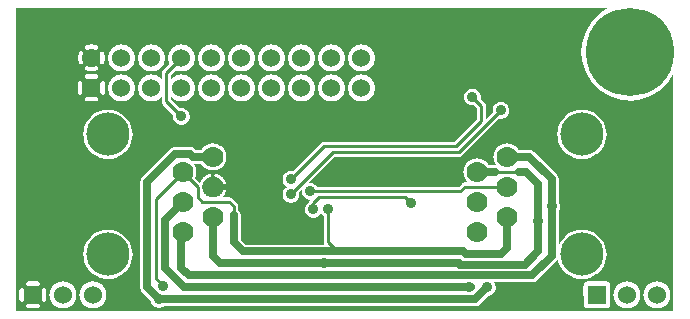
<source format=gbr>
G04 start of page 3 for group 1 idx 1 *
G04 Title: (unknown), solder *
G04 Creator: pcb 20140316 *
G04 CreationDate: Sat 04 Mar 2017 04:47:10 AM GMT UTC *
G04 For: petersen *
G04 Format: Gerber/RS-274X *
G04 PCB-Dimensions (mil): 2220.00 1040.00 *
G04 PCB-Coordinate-Origin: lower left *
%MOIN*%
%FSLAX25Y25*%
%LNBOTTOM*%
%ADD40C,0.0300*%
%ADD39C,0.1280*%
%ADD38C,0.0380*%
%ADD37C,0.1285*%
%ADD36C,0.0360*%
%ADD35C,0.0700*%
%ADD34C,0.0600*%
%ADD33C,0.1440*%
%ADD32C,0.2937*%
%ADD31C,0.0200*%
%ADD30C,0.0250*%
%ADD29C,0.0100*%
%ADD28C,0.0001*%
G54D28*G36*
X214993Y74530D02*X215542Y74866D01*
X217479Y76521D01*
X219134Y78458D01*
X220465Y80630D01*
X220500Y80716D01*
Y1500D01*
X214993D01*
Y2487D01*
X215000Y2486D01*
X215706Y2542D01*
X216395Y2707D01*
X217049Y2978D01*
X217653Y3348D01*
X218192Y3808D01*
X218652Y4347D01*
X219022Y4951D01*
X219293Y5605D01*
X219458Y6294D01*
X219500Y7000D01*
X219458Y7706D01*
X219293Y8395D01*
X219022Y9049D01*
X218652Y9653D01*
X218192Y10192D01*
X217653Y10652D01*
X217049Y11022D01*
X216395Y11293D01*
X215706Y11458D01*
X215000Y11514D01*
X214993Y11513D01*
Y74530D01*
G37*
G36*
X204993Y71845D02*X206000Y71766D01*
X208540Y71966D01*
X211017Y72561D01*
X213370Y73535D01*
X214993Y74530D01*
Y11513D01*
X214294Y11458D01*
X213605Y11293D01*
X212951Y11022D01*
X212347Y10652D01*
X211808Y10192D01*
X211348Y9653D01*
X210978Y9049D01*
X210707Y8395D01*
X210542Y7706D01*
X210486Y7000D01*
X210542Y6294D01*
X210707Y5605D01*
X210978Y4951D01*
X211348Y4347D01*
X211808Y3808D01*
X212347Y3348D01*
X212951Y2978D01*
X213605Y2707D01*
X214294Y2542D01*
X214993Y2487D01*
Y1500D01*
X204993D01*
Y2487D01*
X205000Y2486D01*
X205706Y2542D01*
X206395Y2707D01*
X207049Y2978D01*
X207653Y3348D01*
X208192Y3808D01*
X208652Y4347D01*
X209022Y4951D01*
X209293Y5605D01*
X209458Y6294D01*
X209500Y7000D01*
X209458Y7706D01*
X209293Y8395D01*
X209022Y9049D01*
X208652Y9653D01*
X208192Y10192D01*
X207653Y10652D01*
X207049Y11022D01*
X206395Y11293D01*
X205706Y11458D01*
X205000Y11514D01*
X204993Y11513D01*
Y71845D01*
G37*
G36*
X195000Y76112D02*X196458Y74866D01*
X198630Y73535D01*
X200983Y72561D01*
X203460Y71966D01*
X204993Y71845D01*
Y11513D01*
X204294Y11458D01*
X203605Y11293D01*
X202951Y11022D01*
X202347Y10652D01*
X201808Y10192D01*
X201348Y9653D01*
X200978Y9049D01*
X200707Y8395D01*
X200542Y7706D01*
X200486Y7000D01*
X200542Y6294D01*
X200707Y5605D01*
X200978Y4951D01*
X201348Y4347D01*
X201808Y3808D01*
X202347Y3348D01*
X202951Y2978D01*
X203605Y2707D01*
X204294Y2542D01*
X204993Y2487D01*
Y1500D01*
X195000D01*
Y2507D01*
X198235Y2514D01*
X198465Y2569D01*
X198683Y2659D01*
X198884Y2783D01*
X199064Y2936D01*
X199217Y3116D01*
X199341Y3317D01*
X199431Y3535D01*
X199486Y3765D01*
X199500Y4000D01*
X199486Y10235D01*
X199431Y10465D01*
X199341Y10683D01*
X199217Y10884D01*
X199064Y11064D01*
X198884Y11217D01*
X198683Y11341D01*
X198465Y11431D01*
X198235Y11486D01*
X198000Y11500D01*
X195000Y11493D01*
Y13987D01*
X195816Y14684D01*
X196654Y15665D01*
X197329Y16766D01*
X197823Y17958D01*
X198124Y19213D01*
X198200Y20500D01*
X198124Y21787D01*
X197823Y23042D01*
X197329Y24234D01*
X196654Y25335D01*
X195816Y26316D01*
X195000Y27013D01*
Y53987D01*
X195816Y54684D01*
X196654Y55665D01*
X197329Y56766D01*
X197823Y57958D01*
X198124Y59213D01*
X198200Y60500D01*
X198124Y61787D01*
X197823Y63042D01*
X197329Y64234D01*
X196654Y65335D01*
X195816Y66316D01*
X195000Y67013D01*
Y76112D01*
G37*
G36*
Y102500D02*X198716D01*
X198630Y102465D01*
X196458Y101134D01*
X195000Y99888D01*
Y102500D01*
G37*
G36*
Y1500D02*X51493D01*
Y3250D01*
X154412D01*
X154500Y3243D01*
X154853Y3271D01*
X154853Y3271D01*
X155197Y3354D01*
X155525Y3489D01*
X155827Y3674D01*
X156096Y3904D01*
X156153Y3971D01*
X158905Y6723D01*
X158939Y6726D01*
X159368Y6829D01*
X159775Y6997D01*
X160151Y7228D01*
X160486Y7514D01*
X160772Y7849D01*
X161003Y8225D01*
X161171Y8632D01*
X161274Y9061D01*
X161300Y9500D01*
X161274Y9939D01*
X161171Y10368D01*
X161003Y10775D01*
X160772Y11151D01*
X160688Y11250D01*
X173412D01*
X173500Y11243D01*
X173853Y11271D01*
X173853Y11271D01*
X174197Y11354D01*
X174525Y11489D01*
X174827Y11674D01*
X175096Y11904D01*
X175153Y11971D01*
X181529Y18347D01*
X181596Y18404D01*
X181826Y18673D01*
X181826Y18673D01*
X181955Y18884D01*
X182177Y17958D01*
X182671Y16766D01*
X183346Y15665D01*
X184184Y14684D01*
X185165Y13846D01*
X186266Y13171D01*
X187458Y12677D01*
X188713Y12376D01*
X190000Y12275D01*
X191287Y12376D01*
X192542Y12677D01*
X193734Y13171D01*
X194835Y13846D01*
X195000Y13987D01*
Y11493D01*
X191765Y11486D01*
X191535Y11431D01*
X191317Y11341D01*
X191116Y11217D01*
X190936Y11064D01*
X190783Y10884D01*
X190659Y10683D01*
X190569Y10465D01*
X190514Y10235D01*
X190500Y10000D01*
X190514Y3765D01*
X190569Y3535D01*
X190659Y3317D01*
X190783Y3116D01*
X190936Y2936D01*
X191116Y2783D01*
X191317Y2659D01*
X191535Y2569D01*
X191765Y2514D01*
X192000Y2500D01*
X195000Y2507D01*
Y1500D01*
G37*
G36*
X96493Y41872D02*X96778Y42157D01*
X96726Y41939D01*
X96691Y41500D01*
X96726Y41061D01*
X96829Y40632D01*
X96997Y40225D01*
X97228Y39849D01*
X97514Y39514D01*
X97849Y39228D01*
X98225Y38997D01*
X98632Y38829D01*
X99061Y38726D01*
X99500Y38691D01*
X99576Y38697D01*
X99481Y38602D01*
X99436Y38564D01*
X99283Y38384D01*
X99159Y38183D01*
X99069Y37965D01*
X99053Y37897D01*
X98849Y37772D01*
X98514Y37486D01*
X98228Y37151D01*
X97997Y36775D01*
X97829Y36368D01*
X97726Y35939D01*
X97691Y35500D01*
X97726Y35061D01*
X97829Y34632D01*
X97997Y34225D01*
X98228Y33849D01*
X98514Y33514D01*
X98849Y33228D01*
X99225Y32997D01*
X99632Y32829D01*
X100061Y32726D01*
X100500Y32691D01*
X100939Y32726D01*
X101368Y32829D01*
X101775Y32997D01*
X102151Y33228D01*
X102486Y33514D01*
X102772Y33849D01*
X103000Y34221D01*
X103228Y33849D01*
X103514Y33514D01*
X103849Y33228D01*
X104000Y33135D01*
Y24559D01*
X103995Y24500D01*
X104014Y24265D01*
X104069Y24035D01*
X104159Y23817D01*
X104200Y23750D01*
X96493D01*
Y41872D01*
G37*
G36*
X116493Y102500D02*X195000D01*
Y99888D01*
X194521Y99479D01*
X192866Y97542D01*
X191535Y95370D01*
X190561Y93017D01*
X189966Y90540D01*
X189766Y88000D01*
X189966Y85460D01*
X190561Y82983D01*
X191535Y80630D01*
X192866Y78458D01*
X194521Y76521D01*
X195000Y76112D01*
Y67013D01*
X194835Y67154D01*
X193734Y67829D01*
X192542Y68323D01*
X191287Y68624D01*
X190000Y68725D01*
X188713Y68624D01*
X187458Y68323D01*
X186266Y67829D01*
X185165Y67154D01*
X184184Y66316D01*
X183346Y65335D01*
X182671Y64234D01*
X182177Y63042D01*
X181876Y61787D01*
X181775Y60500D01*
X181876Y59213D01*
X182177Y57958D01*
X182671Y56766D01*
X183346Y55665D01*
X184184Y54684D01*
X185165Y53846D01*
X186266Y53171D01*
X187458Y52677D01*
X188713Y52376D01*
X190000Y52275D01*
X191287Y52376D01*
X192542Y52677D01*
X193734Y53171D01*
X194835Y53846D01*
X195000Y53987D01*
Y27013D01*
X194835Y27154D01*
X193734Y27829D01*
X192542Y28323D01*
X191287Y28624D01*
X190000Y28725D01*
X188713Y28624D01*
X187458Y28323D01*
X186266Y27829D01*
X185165Y27154D01*
X184184Y26316D01*
X183346Y25335D01*
X182671Y24234D01*
X182250Y23217D01*
Y34823D01*
X182272Y34849D01*
X182503Y35225D01*
X182671Y35632D01*
X182774Y36061D01*
X182800Y36500D01*
X182774Y36939D01*
X182671Y37368D01*
X182503Y37775D01*
X182272Y38151D01*
X182250Y38177D01*
Y45412D01*
X182257Y45500D01*
X182229Y45853D01*
X182146Y46197D01*
X182107Y46293D01*
X182011Y46525D01*
X181896Y46712D01*
X181826Y46827D01*
X181826Y46827D01*
X181596Y47096D01*
X181529Y47153D01*
X174153Y54529D01*
X174096Y54596D01*
X173827Y54826D01*
X173827Y54826D01*
X173712Y54896D01*
X173525Y55011D01*
X173293Y55107D01*
X173197Y55146D01*
X172853Y55229D01*
X172500Y55257D01*
X172412Y55250D01*
X168899D01*
X168652Y55653D01*
X168192Y56192D01*
X167653Y56652D01*
X167049Y57022D01*
X166395Y57293D01*
X165706Y57458D01*
X165000Y57514D01*
X164294Y57458D01*
X163605Y57293D01*
X162951Y57022D01*
X162347Y56652D01*
X161808Y56192D01*
X161348Y55653D01*
X160978Y55049D01*
X160707Y54395D01*
X160542Y53706D01*
X160486Y53000D01*
X160542Y52294D01*
X160707Y51605D01*
X160978Y50951D01*
X161348Y50347D01*
X161473Y50200D01*
X161353Y50229D01*
X161000Y50250D01*
X158899D01*
X158652Y50653D01*
X158192Y51192D01*
X157653Y51652D01*
X157049Y52022D01*
X156395Y52293D01*
X155706Y52458D01*
X155000Y52514D01*
X154294Y52458D01*
X153605Y52293D01*
X152951Y52022D01*
X152347Y51652D01*
X151808Y51192D01*
X151348Y50653D01*
X150978Y50049D01*
X150707Y49395D01*
X150542Y48706D01*
X150486Y48000D01*
X150542Y47294D01*
X150707Y46605D01*
X150978Y45951D01*
X151348Y45347D01*
X151808Y44808D01*
X152169Y44500D01*
X151059D01*
X151000Y44505D01*
X150765Y44486D01*
X150535Y44431D01*
X150317Y44341D01*
X150116Y44217D01*
X150115Y44217D01*
X149936Y44064D01*
X149898Y44019D01*
X148879Y43000D01*
X116493D01*
Y53000D01*
X148941D01*
X149000Y52995D01*
X149235Y53014D01*
X149235Y53014D01*
X149465Y53069D01*
X149683Y53159D01*
X149884Y53283D01*
X150064Y53436D01*
X150102Y53481D01*
X162389Y65767D01*
X162561Y65726D01*
X163000Y65691D01*
X163439Y65726D01*
X163868Y65829D01*
X164275Y65997D01*
X164651Y66228D01*
X164986Y66514D01*
X165272Y66849D01*
X165503Y67225D01*
X165671Y67632D01*
X165774Y68061D01*
X165800Y68500D01*
X165774Y68939D01*
X165671Y69368D01*
X165503Y69775D01*
X165272Y70151D01*
X164986Y70486D01*
X164651Y70772D01*
X164275Y71003D01*
X163868Y71171D01*
X163439Y71274D01*
X163000Y71309D01*
X162561Y71274D01*
X162132Y71171D01*
X161725Y71003D01*
X161349Y70772D01*
X161014Y70486D01*
X160728Y70151D01*
X160497Y69775D01*
X160329Y69368D01*
X160226Y68939D01*
X160191Y68500D01*
X160226Y68061D01*
X160267Y67889D01*
X158000Y65621D01*
Y69941D01*
X158005Y70000D01*
X157986Y70235D01*
X157986Y70235D01*
X157931Y70465D01*
X157841Y70683D01*
X157717Y70884D01*
X157564Y71064D01*
X157519Y71102D01*
X156233Y72389D01*
X156274Y72561D01*
X156300Y73000D01*
X156274Y73439D01*
X156171Y73868D01*
X156003Y74275D01*
X155772Y74651D01*
X155486Y74986D01*
X155151Y75272D01*
X154775Y75503D01*
X154368Y75671D01*
X153939Y75774D01*
X153500Y75809D01*
X153061Y75774D01*
X152632Y75671D01*
X152225Y75503D01*
X151849Y75272D01*
X151514Y74986D01*
X151228Y74651D01*
X150997Y74275D01*
X150829Y73868D01*
X150726Y73439D01*
X150691Y73000D01*
X150726Y72561D01*
X150829Y72132D01*
X150997Y71725D01*
X151228Y71349D01*
X151514Y71014D01*
X151849Y70728D01*
X152225Y70497D01*
X152632Y70329D01*
X153061Y70226D01*
X153500Y70191D01*
X153939Y70226D01*
X154111Y70267D01*
X155000Y69379D01*
Y65621D01*
X147379Y58000D01*
X116493D01*
Y71487D01*
X116500Y71486D01*
X117206Y71542D01*
X117895Y71707D01*
X118549Y71978D01*
X119153Y72348D01*
X119692Y72808D01*
X120152Y73347D01*
X120522Y73951D01*
X120793Y74605D01*
X120958Y75294D01*
X121000Y76000D01*
X120958Y76706D01*
X120793Y77395D01*
X120522Y78049D01*
X120152Y78653D01*
X119692Y79192D01*
X119153Y79652D01*
X118549Y80022D01*
X117895Y80293D01*
X117206Y80458D01*
X116500Y80514D01*
X116493Y80513D01*
Y81487D01*
X116500Y81486D01*
X117206Y81542D01*
X117895Y81707D01*
X118549Y81978D01*
X119153Y82348D01*
X119692Y82808D01*
X120152Y83347D01*
X120522Y83951D01*
X120793Y84605D01*
X120958Y85294D01*
X121000Y86000D01*
X120958Y86706D01*
X120793Y87395D01*
X120522Y88049D01*
X120152Y88653D01*
X119692Y89192D01*
X119153Y89652D01*
X118549Y90022D01*
X117895Y90293D01*
X117206Y90458D01*
X116500Y90514D01*
X116493Y90513D01*
Y102500D01*
G37*
G36*
Y43000D02*X106493D01*
Y51872D01*
X107621Y53000D01*
X116493D01*
Y43000D01*
G37*
G36*
X106493Y102500D02*X116493D01*
Y90513D01*
X115794Y90458D01*
X115105Y90293D01*
X114451Y90022D01*
X113847Y89652D01*
X113308Y89192D01*
X112848Y88653D01*
X112478Y88049D01*
X112207Y87395D01*
X112042Y86706D01*
X111986Y86000D01*
X112042Y85294D01*
X112207Y84605D01*
X112478Y83951D01*
X112848Y83347D01*
X113308Y82808D01*
X113847Y82348D01*
X114451Y81978D01*
X115105Y81707D01*
X115794Y81542D01*
X116493Y81487D01*
Y80513D01*
X115794Y80458D01*
X115105Y80293D01*
X114451Y80022D01*
X113847Y79652D01*
X113308Y79192D01*
X112848Y78653D01*
X112478Y78049D01*
X112207Y77395D01*
X112042Y76706D01*
X111986Y76000D01*
X112042Y75294D01*
X112207Y74605D01*
X112478Y73951D01*
X112848Y73347D01*
X113308Y72808D01*
X113847Y72348D01*
X114451Y71978D01*
X115105Y71707D01*
X115794Y71542D01*
X116493Y71487D01*
Y58000D01*
X106493D01*
Y71487D01*
X106500Y71486D01*
X107206Y71542D01*
X107895Y71707D01*
X108549Y71978D01*
X109153Y72348D01*
X109692Y72808D01*
X110152Y73347D01*
X110522Y73951D01*
X110793Y74605D01*
X110958Y75294D01*
X111000Y76000D01*
X110958Y76706D01*
X110793Y77395D01*
X110522Y78049D01*
X110152Y78653D01*
X109692Y79192D01*
X109153Y79652D01*
X108549Y80022D01*
X107895Y80293D01*
X107206Y80458D01*
X106500Y80514D01*
X106493Y80513D01*
Y81487D01*
X106500Y81486D01*
X107206Y81542D01*
X107895Y81707D01*
X108549Y81978D01*
X109153Y82348D01*
X109692Y82808D01*
X110152Y83347D01*
X110522Y83951D01*
X110793Y84605D01*
X110958Y85294D01*
X111000Y86000D01*
X110958Y86706D01*
X110793Y87395D01*
X110522Y88049D01*
X110152Y88653D01*
X109692Y89192D01*
X109153Y89652D01*
X108549Y90022D01*
X107895Y90293D01*
X107206Y90458D01*
X106500Y90514D01*
X106493Y90513D01*
Y102500D01*
G37*
G36*
Y43000D02*X101865D01*
X101772Y43151D01*
X101486Y43486D01*
X101151Y43772D01*
X100775Y44003D01*
X100368Y44171D01*
X99939Y44274D01*
X99500Y44309D01*
X99061Y44274D01*
X98843Y44222D01*
X106493Y51872D01*
Y43000D01*
G37*
G36*
X96493Y102500D02*X106493D01*
Y90513D01*
X105794Y90458D01*
X105105Y90293D01*
X104451Y90022D01*
X103847Y89652D01*
X103308Y89192D01*
X102848Y88653D01*
X102478Y88049D01*
X102207Y87395D01*
X102042Y86706D01*
X101986Y86000D01*
X102042Y85294D01*
X102207Y84605D01*
X102478Y83951D01*
X102848Y83347D01*
X103308Y82808D01*
X103847Y82348D01*
X104451Y81978D01*
X105105Y81707D01*
X105794Y81542D01*
X106493Y81487D01*
Y80513D01*
X105794Y80458D01*
X105105Y80293D01*
X104451Y80022D01*
X103847Y79652D01*
X103308Y79192D01*
X102848Y78653D01*
X102478Y78049D01*
X102207Y77395D01*
X102042Y76706D01*
X101986Y76000D01*
X102042Y75294D01*
X102207Y74605D01*
X102478Y73951D01*
X102848Y73347D01*
X103308Y72808D01*
X103847Y72348D01*
X104451Y71978D01*
X105105Y71707D01*
X105794Y71542D01*
X106493Y71487D01*
Y58000D01*
X104059D01*
X104000Y58005D01*
X103765Y57986D01*
X103535Y57931D01*
X103317Y57841D01*
X103116Y57717D01*
X103115Y57717D01*
X102936Y57564D01*
X102898Y57519D01*
X96493Y51114D01*
Y71487D01*
X96500Y71486D01*
X97206Y71542D01*
X97895Y71707D01*
X98549Y71978D01*
X99153Y72348D01*
X99692Y72808D01*
X100152Y73347D01*
X100522Y73951D01*
X100793Y74605D01*
X100958Y75294D01*
X101000Y76000D01*
X100958Y76706D01*
X100793Y77395D01*
X100522Y78049D01*
X100152Y78653D01*
X99692Y79192D01*
X99153Y79652D01*
X98549Y80022D01*
X97895Y80293D01*
X97206Y80458D01*
X96500Y80514D01*
X96493Y80513D01*
Y81487D01*
X96500Y81486D01*
X97206Y81542D01*
X97895Y81707D01*
X98549Y81978D01*
X99153Y82348D01*
X99692Y82808D01*
X100152Y83347D01*
X100522Y83951D01*
X100793Y84605D01*
X100958Y85294D01*
X101000Y86000D01*
X100958Y86706D01*
X100793Y87395D01*
X100522Y88049D01*
X100152Y88653D01*
X99692Y89192D01*
X99153Y89652D01*
X98549Y90022D01*
X97895Y90293D01*
X97206Y90458D01*
X96500Y90514D01*
X96493Y90513D01*
Y102500D01*
G37*
G36*
X86493D02*X96493D01*
Y90513D01*
X95794Y90458D01*
X95105Y90293D01*
X94451Y90022D01*
X93847Y89652D01*
X93308Y89192D01*
X92848Y88653D01*
X92478Y88049D01*
X92207Y87395D01*
X92042Y86706D01*
X91986Y86000D01*
X92042Y85294D01*
X92207Y84605D01*
X92478Y83951D01*
X92848Y83347D01*
X93308Y82808D01*
X93847Y82348D01*
X94451Y81978D01*
X95105Y81707D01*
X95794Y81542D01*
X96493Y81487D01*
Y80513D01*
X95794Y80458D01*
X95105Y80293D01*
X94451Y80022D01*
X93847Y79652D01*
X93308Y79192D01*
X92848Y78653D01*
X92478Y78049D01*
X92207Y77395D01*
X92042Y76706D01*
X91986Y76000D01*
X92042Y75294D01*
X92207Y74605D01*
X92478Y73951D01*
X92848Y73347D01*
X93308Y72808D01*
X93847Y72348D01*
X94451Y71978D01*
X95105Y71707D01*
X95794Y71542D01*
X96493Y71487D01*
Y51114D01*
X93611Y48233D01*
X93439Y48274D01*
X93000Y48309D01*
X92561Y48274D01*
X92132Y48171D01*
X91725Y48003D01*
X91349Y47772D01*
X91014Y47486D01*
X90728Y47151D01*
X90497Y46775D01*
X90329Y46368D01*
X90226Y45939D01*
X90191Y45500D01*
X90226Y45061D01*
X90329Y44632D01*
X90497Y44225D01*
X90728Y43849D01*
X91014Y43514D01*
X91349Y43228D01*
X91721Y43000D01*
X91349Y42772D01*
X91014Y42486D01*
X90728Y42151D01*
X90497Y41775D01*
X90329Y41368D01*
X90226Y40939D01*
X90191Y40500D01*
X90226Y40061D01*
X90329Y39632D01*
X90497Y39225D01*
X90728Y38849D01*
X91014Y38514D01*
X91349Y38228D01*
X91725Y37997D01*
X92132Y37829D01*
X92561Y37726D01*
X93000Y37691D01*
X93439Y37726D01*
X93868Y37829D01*
X94275Y37997D01*
X94651Y38228D01*
X94986Y38514D01*
X95272Y38849D01*
X95503Y39225D01*
X95671Y39632D01*
X95774Y40061D01*
X95800Y40500D01*
X95774Y40939D01*
X95733Y41111D01*
X96493Y41872D01*
Y23750D01*
X86493D01*
Y71487D01*
X86500Y71486D01*
X87206Y71542D01*
X87895Y71707D01*
X88549Y71978D01*
X89153Y72348D01*
X89692Y72808D01*
X90152Y73347D01*
X90522Y73951D01*
X90793Y74605D01*
X90958Y75294D01*
X91000Y76000D01*
X90958Y76706D01*
X90793Y77395D01*
X90522Y78049D01*
X90152Y78653D01*
X89692Y79192D01*
X89153Y79652D01*
X88549Y80022D01*
X87895Y80293D01*
X87206Y80458D01*
X86500Y80514D01*
X86493Y80513D01*
Y81487D01*
X86500Y81486D01*
X87206Y81542D01*
X87895Y81707D01*
X88549Y81978D01*
X89153Y82348D01*
X89692Y82808D01*
X90152Y83347D01*
X90522Y83951D01*
X90793Y84605D01*
X90958Y85294D01*
X91000Y86000D01*
X90958Y86706D01*
X90793Y87395D01*
X90522Y88049D01*
X90152Y88653D01*
X89692Y89192D01*
X89153Y89652D01*
X88549Y90022D01*
X87895Y90293D01*
X87206Y90458D01*
X86500Y90514D01*
X86493Y90513D01*
Y102500D01*
G37*
G36*
X76493D02*X86493D01*
Y90513D01*
X85794Y90458D01*
X85105Y90293D01*
X84451Y90022D01*
X83847Y89652D01*
X83308Y89192D01*
X82848Y88653D01*
X82478Y88049D01*
X82207Y87395D01*
X82042Y86706D01*
X81986Y86000D01*
X82042Y85294D01*
X82207Y84605D01*
X82478Y83951D01*
X82848Y83347D01*
X83308Y82808D01*
X83847Y82348D01*
X84451Y81978D01*
X85105Y81707D01*
X85794Y81542D01*
X86493Y81487D01*
Y80513D01*
X85794Y80458D01*
X85105Y80293D01*
X84451Y80022D01*
X83847Y79652D01*
X83308Y79192D01*
X82848Y78653D01*
X82478Y78049D01*
X82207Y77395D01*
X82042Y76706D01*
X81986Y76000D01*
X82042Y75294D01*
X82207Y74605D01*
X82478Y73951D01*
X82848Y73347D01*
X83308Y72808D01*
X83847Y72348D01*
X84451Y71978D01*
X85105Y71707D01*
X85794Y71542D01*
X86493Y71487D01*
Y23750D01*
X77932D01*
X76493Y25189D01*
Y71487D01*
X76500Y71486D01*
X77206Y71542D01*
X77895Y71707D01*
X78549Y71978D01*
X79153Y72348D01*
X79692Y72808D01*
X80152Y73347D01*
X80522Y73951D01*
X80793Y74605D01*
X80958Y75294D01*
X81000Y76000D01*
X80958Y76706D01*
X80793Y77395D01*
X80522Y78049D01*
X80152Y78653D01*
X79692Y79192D01*
X79153Y79652D01*
X78549Y80022D01*
X77895Y80293D01*
X77206Y80458D01*
X76500Y80514D01*
X76493Y80513D01*
Y81487D01*
X76500Y81486D01*
X77206Y81542D01*
X77895Y81707D01*
X78549Y81978D01*
X79153Y82348D01*
X79692Y82808D01*
X80152Y83347D01*
X80522Y83951D01*
X80793Y84605D01*
X80958Y85294D01*
X81000Y86000D01*
X80958Y86706D01*
X80793Y87395D01*
X80522Y88049D01*
X80152Y88653D01*
X79692Y89192D01*
X79153Y89652D01*
X78549Y90022D01*
X77895Y90293D01*
X77206Y90458D01*
X76500Y90514D01*
X76493Y90513D01*
Y102500D01*
G37*
G36*
X69431D02*X76493D01*
Y90513D01*
X75794Y90458D01*
X75105Y90293D01*
X74451Y90022D01*
X73847Y89652D01*
X73308Y89192D01*
X72848Y88653D01*
X72478Y88049D01*
X72207Y87395D01*
X72042Y86706D01*
X71986Y86000D01*
X72042Y85294D01*
X72207Y84605D01*
X72478Y83951D01*
X72848Y83347D01*
X73308Y82808D01*
X73847Y82348D01*
X74451Y81978D01*
X75105Y81707D01*
X75794Y81542D01*
X76493Y81487D01*
Y80513D01*
X75794Y80458D01*
X75105Y80293D01*
X74451Y80022D01*
X73847Y79652D01*
X73308Y79192D01*
X72848Y78653D01*
X72478Y78049D01*
X72207Y77395D01*
X72042Y76706D01*
X71986Y76000D01*
X72042Y75294D01*
X72207Y74605D01*
X72478Y73951D01*
X72848Y73347D01*
X73308Y72808D01*
X73847Y72348D01*
X74451Y71978D01*
X75105Y71707D01*
X75794Y71542D01*
X76493Y71487D01*
Y25189D01*
X76250Y25432D01*
Y33500D01*
X76229Y33853D01*
X76146Y34197D01*
X76011Y34525D01*
X75826Y34827D01*
X75596Y35096D01*
X75500Y35178D01*
Y36441D01*
X75505Y36500D01*
X75486Y36735D01*
X75486Y36735D01*
X75431Y36965D01*
X75341Y37183D01*
X75217Y37384D01*
X75064Y37564D01*
X75019Y37602D01*
X73602Y39019D01*
X73564Y39064D01*
X73384Y39217D01*
X73183Y39341D01*
X72965Y39431D01*
X72735Y39486D01*
X72500Y39505D01*
X72441Y39500D01*
X69831D01*
X69889Y39544D01*
X70185Y39815D01*
X70456Y40111D01*
X70700Y40431D01*
X70914Y40771D01*
X71097Y41128D01*
X71248Y41501D01*
X71364Y41886D01*
X71379Y41964D01*
X71380Y42043D01*
X71368Y42121D01*
X71345Y42197D01*
X71310Y42268D01*
X71264Y42333D01*
X71209Y42390D01*
X71146Y42437D01*
X71076Y42474D01*
X71001Y42500D01*
X70923Y42513D01*
X70843Y42514D01*
X70765Y42503D01*
X70689Y42480D01*
X70618Y42445D01*
X70553Y42399D01*
X70496Y42344D01*
X70449Y42280D01*
X70412Y42210D01*
X70388Y42135D01*
X70301Y41835D01*
X70184Y41546D01*
X70041Y41268D01*
X69875Y41004D01*
X69686Y40756D01*
X69475Y40525D01*
X69431Y40485D01*
Y45515D01*
X69475Y45475D01*
X69686Y45244D01*
X69875Y44996D01*
X70041Y44732D01*
X70184Y44454D01*
X70301Y44165D01*
X70391Y43866D01*
X70415Y43791D01*
X70452Y43721D01*
X70499Y43658D01*
X70555Y43604D01*
X70620Y43558D01*
X70690Y43524D01*
X70766Y43500D01*
X70843Y43489D01*
X70922Y43490D01*
X71000Y43504D01*
X71074Y43529D01*
X71144Y43566D01*
X71207Y43613D01*
X71262Y43669D01*
X71307Y43734D01*
X71342Y43804D01*
X71365Y43880D01*
X71376Y43957D01*
X71375Y44036D01*
X71360Y44113D01*
X71248Y44499D01*
X71097Y44872D01*
X70914Y45229D01*
X70700Y45569D01*
X70456Y45889D01*
X70185Y46185D01*
X69889Y46456D01*
X69569Y46700D01*
X69431Y46787D01*
Y49212D01*
X69653Y49348D01*
X70192Y49808D01*
X70652Y50347D01*
X71022Y50951D01*
X71293Y51605D01*
X71458Y52294D01*
X71500Y53000D01*
X71458Y53706D01*
X71293Y54395D01*
X71022Y55049D01*
X70652Y55653D01*
X70192Y56192D01*
X69653Y56652D01*
X69431Y56788D01*
Y72585D01*
X69692Y72808D01*
X70152Y73347D01*
X70522Y73951D01*
X70793Y74605D01*
X70958Y75294D01*
X71000Y76000D01*
X70958Y76706D01*
X70793Y77395D01*
X70522Y78049D01*
X70152Y78653D01*
X69692Y79192D01*
X69431Y79415D01*
Y82585D01*
X69692Y82808D01*
X70152Y83347D01*
X70522Y83951D01*
X70793Y84605D01*
X70958Y85294D01*
X71000Y86000D01*
X70958Y86706D01*
X70793Y87395D01*
X70522Y88049D01*
X70152Y88653D01*
X69692Y89192D01*
X69431Y89415D01*
Y102500D01*
G37*
G36*
Y79415D02*X69153Y79652D01*
X68549Y80022D01*
X67895Y80293D01*
X67206Y80458D01*
X66500Y80514D01*
X66493Y80513D01*
Y81487D01*
X66500Y81486D01*
X67206Y81542D01*
X67895Y81707D01*
X68549Y81978D01*
X69153Y82348D01*
X69431Y82585D01*
Y79415D01*
G37*
G36*
Y56788D02*X69049Y57022D01*
X68395Y57293D01*
X67706Y57458D01*
X67000Y57514D01*
X66493Y57474D01*
Y71487D01*
X66500Y71486D01*
X67206Y71542D01*
X67895Y71707D01*
X68549Y71978D01*
X69153Y72348D01*
X69431Y72585D01*
Y56788D01*
G37*
G36*
Y40485D02*X69244Y40314D01*
X68996Y40125D01*
X68732Y39959D01*
X68454Y39816D01*
X68165Y39699D01*
X67866Y39609D01*
X67791Y39585D01*
X67721Y39548D01*
X67658Y39501D01*
X67657Y39500D01*
X66493D01*
Y46744D01*
X66500Y46766D01*
X66511Y46844D01*
X66510Y46922D01*
X66496Y47000D01*
X66493Y47009D01*
Y48526D01*
X67000Y48486D01*
X67706Y48542D01*
X68395Y48707D01*
X69049Y48978D01*
X69431Y49212D01*
Y46787D01*
X69229Y46914D01*
X68872Y47097D01*
X68499Y47248D01*
X68114Y47364D01*
X68036Y47379D01*
X67957Y47380D01*
X67879Y47368D01*
X67803Y47345D01*
X67732Y47310D01*
X67667Y47264D01*
X67610Y47209D01*
X67563Y47146D01*
X67526Y47076D01*
X67500Y47001D01*
X67487Y46923D01*
X67486Y46843D01*
X67497Y46765D01*
X67520Y46689D01*
X67555Y46618D01*
X67601Y46553D01*
X67656Y46496D01*
X67720Y46449D01*
X67790Y46412D01*
X67865Y46388D01*
X68165Y46301D01*
X68454Y46184D01*
X68732Y46041D01*
X68996Y45875D01*
X69244Y45686D01*
X69431Y45515D01*
Y40485D01*
G37*
G36*
X66493Y102500D02*X69431D01*
Y89415D01*
X69153Y89652D01*
X68549Y90022D01*
X67895Y90293D01*
X67206Y90458D01*
X66500Y90514D01*
X66493Y90513D01*
Y102500D01*
G37*
G36*
Y47009D02*X66471Y47074D01*
X66434Y47144D01*
X66387Y47207D01*
X66331Y47262D01*
X66266Y47307D01*
X66196Y47342D01*
X66120Y47365D01*
X66043Y47376D01*
X65964Y47375D01*
X65887Y47360D01*
X65501Y47248D01*
X65128Y47097D01*
X64771Y46914D01*
X64431Y46700D01*
X64111Y46456D01*
X63815Y46185D01*
X63544Y45889D01*
X63300Y45569D01*
X63086Y45229D01*
X62903Y44872D01*
X62752Y44499D01*
X62722Y44399D01*
X61065Y46056D01*
X61293Y46605D01*
X61458Y47294D01*
X61500Y48000D01*
X61458Y48706D01*
X61293Y49395D01*
X61022Y50049D01*
X60652Y50653D01*
X60570Y50749D01*
X60588Y50750D01*
X63101D01*
X63348Y50347D01*
X63808Y49808D01*
X64347Y49348D01*
X64951Y48978D01*
X65605Y48707D01*
X66294Y48542D01*
X66493Y48526D01*
Y47009D01*
G37*
G36*
Y39500D02*X66347D01*
X66344Y39504D01*
X66280Y39551D01*
X66210Y39588D01*
X66135Y39612D01*
X65835Y39699D01*
X65546Y39816D01*
X65268Y39959D01*
X65004Y40125D01*
X64756Y40314D01*
X64525Y40525D01*
X64314Y40756D01*
X64125Y41004D01*
X63959Y41268D01*
X63816Y41546D01*
X63699Y41835D01*
X63609Y42134D01*
X63585Y42209D01*
X63548Y42279D01*
X63501Y42342D01*
X63500Y42343D01*
Y42941D01*
X63505Y43000D01*
X63486Y43235D01*
X63486Y43235D01*
X63431Y43465D01*
X63391Y43562D01*
X63447Y43601D01*
X63504Y43656D01*
X63551Y43720D01*
X63588Y43790D01*
X63612Y43865D01*
X63699Y44165D01*
X63816Y44454D01*
X63959Y44732D01*
X64125Y44996D01*
X64314Y45244D01*
X64525Y45475D01*
X64756Y45686D01*
X65004Y45875D01*
X65268Y46041D01*
X65546Y46184D01*
X65835Y46301D01*
X66134Y46391D01*
X66209Y46415D01*
X66279Y46452D01*
X66342Y46499D01*
X66396Y46555D01*
X66442Y46620D01*
X66476Y46690D01*
X66493Y46744D01*
Y39500D01*
G37*
G36*
X51493Y102500D02*X66493D01*
Y90513D01*
X65794Y90458D01*
X65105Y90293D01*
X64451Y90022D01*
X63847Y89652D01*
X63308Y89192D01*
X62848Y88653D01*
X62478Y88049D01*
X62207Y87395D01*
X62042Y86706D01*
X61986Y86000D01*
X62042Y85294D01*
X62207Y84605D01*
X62478Y83951D01*
X62848Y83347D01*
X63308Y82808D01*
X63847Y82348D01*
X64451Y81978D01*
X65105Y81707D01*
X65794Y81542D01*
X66493Y81487D01*
Y80513D01*
X65794Y80458D01*
X65105Y80293D01*
X64451Y80022D01*
X63847Y79652D01*
X63308Y79192D01*
X62848Y78653D01*
X62478Y78049D01*
X62207Y77395D01*
X62042Y76706D01*
X61986Y76000D01*
X62042Y75294D01*
X62207Y74605D01*
X62478Y73951D01*
X62848Y73347D01*
X63308Y72808D01*
X63847Y72348D01*
X64451Y71978D01*
X65105Y71707D01*
X65794Y71542D01*
X66493Y71487D01*
Y57474D01*
X66294Y57458D01*
X65605Y57293D01*
X64951Y57022D01*
X64347Y56652D01*
X63808Y56192D01*
X63348Y55653D01*
X63101Y55250D01*
X61432D01*
X61153Y55529D01*
X61096Y55596D01*
X60827Y55826D01*
X60525Y56011D01*
X60197Y56146D01*
X59853Y56229D01*
X59853Y56229D01*
X59500Y56257D01*
X59412Y56250D01*
X54588D01*
X54500Y56257D01*
X54147Y56229D01*
X53803Y56146D01*
X53475Y56011D01*
X53173Y55826D01*
X53173Y55826D01*
X52904Y55596D01*
X52847Y55529D01*
X51493Y54175D01*
Y69386D01*
X53767Y67111D01*
X53726Y66939D01*
X53691Y66500D01*
X53726Y66061D01*
X53829Y65632D01*
X53997Y65225D01*
X54228Y64849D01*
X54514Y64514D01*
X54849Y64228D01*
X55225Y63997D01*
X55632Y63829D01*
X56061Y63726D01*
X56500Y63691D01*
X56939Y63726D01*
X57368Y63829D01*
X57775Y63997D01*
X58151Y64228D01*
X58486Y64514D01*
X58772Y64849D01*
X59003Y65225D01*
X59171Y65632D01*
X59274Y66061D01*
X59300Y66500D01*
X59274Y66939D01*
X59171Y67368D01*
X59003Y67775D01*
X58772Y68151D01*
X58486Y68486D01*
X58151Y68772D01*
X57775Y69003D01*
X57368Y69171D01*
X56939Y69274D01*
X56500Y69309D01*
X56061Y69274D01*
X55889Y69233D01*
X53000Y72121D01*
Y73169D01*
X53308Y72808D01*
X53847Y72348D01*
X54451Y71978D01*
X55105Y71707D01*
X55794Y71542D01*
X56500Y71486D01*
X57206Y71542D01*
X57895Y71707D01*
X58549Y71978D01*
X59153Y72348D01*
X59692Y72808D01*
X60152Y73347D01*
X60522Y73951D01*
X60793Y74605D01*
X60958Y75294D01*
X61000Y76000D01*
X60958Y76706D01*
X60793Y77395D01*
X60522Y78049D01*
X60152Y78653D01*
X59692Y79192D01*
X59153Y79652D01*
X58549Y80022D01*
X57895Y80293D01*
X57206Y80458D01*
X56500Y80514D01*
X55794Y80458D01*
X55105Y80293D01*
X54451Y80022D01*
X53847Y79652D01*
X53308Y79192D01*
X53000Y78831D01*
Y80379D01*
X54556Y81935D01*
X55105Y81707D01*
X55794Y81542D01*
X56500Y81486D01*
X57206Y81542D01*
X57895Y81707D01*
X58549Y81978D01*
X59153Y82348D01*
X59692Y82808D01*
X60152Y83347D01*
X60522Y83951D01*
X60793Y84605D01*
X60958Y85294D01*
X61000Y86000D01*
X60958Y86706D01*
X60793Y87395D01*
X60522Y88049D01*
X60152Y88653D01*
X59692Y89192D01*
X59153Y89652D01*
X58549Y90022D01*
X57895Y90293D01*
X57206Y90458D01*
X56500Y90514D01*
X55794Y90458D01*
X55105Y90293D01*
X54451Y90022D01*
X53847Y89652D01*
X53308Y89192D01*
X52848Y88653D01*
X52478Y88049D01*
X52207Y87395D01*
X52042Y86706D01*
X51986Y86000D01*
X52042Y85294D01*
X52207Y84605D01*
X52435Y84056D01*
X51493Y83114D01*
Y102500D01*
G37*
G36*
X46493Y4236D02*X46497Y4225D01*
X46728Y3849D01*
X47014Y3514D01*
X47349Y3228D01*
X47725Y2997D01*
X48132Y2829D01*
X48561Y2726D01*
X49000Y2691D01*
X49439Y2726D01*
X49868Y2829D01*
X50275Y2997D01*
X50651Y3228D01*
X50677Y3250D01*
X51493D01*
Y1500D01*
X46493D01*
Y4236D01*
G37*
G36*
Y71487D02*X46500Y71486D01*
X47206Y71542D01*
X47895Y71707D01*
X48549Y71978D01*
X49153Y72348D01*
X49692Y72808D01*
X50000Y73169D01*
Y71559D01*
X49995Y71500D01*
X50014Y71265D01*
X50069Y71035D01*
X50159Y70817D01*
X50283Y70616D01*
X50436Y70436D01*
X50481Y70398D01*
X51493Y69386D01*
Y54175D01*
X46493Y49175D01*
Y71487D01*
G37*
G36*
Y102500D02*X51493D01*
Y83114D01*
X50481Y82102D01*
X50436Y82064D01*
X50283Y81884D01*
X50159Y81683D01*
X50069Y81465D01*
X50014Y81235D01*
X50014Y81235D01*
X49995Y81000D01*
X50000Y80941D01*
Y78831D01*
X49692Y79192D01*
X49153Y79652D01*
X48549Y80022D01*
X47895Y80293D01*
X47206Y80458D01*
X46500Y80514D01*
X46493Y80513D01*
Y81487D01*
X46500Y81486D01*
X47206Y81542D01*
X47895Y81707D01*
X48549Y81978D01*
X49153Y82348D01*
X49692Y82808D01*
X50152Y83347D01*
X50522Y83951D01*
X50793Y84605D01*
X50958Y85294D01*
X51000Y86000D01*
X50958Y86706D01*
X50793Y87395D01*
X50522Y88049D01*
X50152Y88653D01*
X49692Y89192D01*
X49153Y89652D01*
X48549Y90022D01*
X47895Y90293D01*
X47206Y90458D01*
X46500Y90514D01*
X46493Y90513D01*
Y102500D01*
G37*
G36*
X36493D02*X46493D01*
Y90513D01*
X45794Y90458D01*
X45105Y90293D01*
X44451Y90022D01*
X43847Y89652D01*
X43308Y89192D01*
X42848Y88653D01*
X42478Y88049D01*
X42207Y87395D01*
X42042Y86706D01*
X41986Y86000D01*
X42042Y85294D01*
X42207Y84605D01*
X42478Y83951D01*
X42848Y83347D01*
X43308Y82808D01*
X43847Y82348D01*
X44451Y81978D01*
X45105Y81707D01*
X45794Y81542D01*
X46493Y81487D01*
Y80513D01*
X45794Y80458D01*
X45105Y80293D01*
X44451Y80022D01*
X43847Y79652D01*
X43308Y79192D01*
X42848Y78653D01*
X42478Y78049D01*
X42207Y77395D01*
X42042Y76706D01*
X41986Y76000D01*
X42042Y75294D01*
X42207Y74605D01*
X42478Y73951D01*
X42848Y73347D01*
X43308Y72808D01*
X43847Y72348D01*
X44451Y71978D01*
X45105Y71707D01*
X45794Y71542D01*
X46493Y71487D01*
Y49175D01*
X43471Y46153D01*
X43404Y46096D01*
X43174Y45827D01*
X42989Y45525D01*
X42854Y45197D01*
X42771Y44853D01*
X42771Y44853D01*
X42743Y44500D01*
X42750Y44412D01*
Y9588D01*
X42743Y9500D01*
X42771Y9147D01*
Y9147D01*
X42854Y8803D01*
X42989Y8475D01*
X43059Y8361D01*
X43174Y8173D01*
X43174Y8173D01*
X43404Y7904D01*
X43471Y7847D01*
X46223Y5095D01*
X46226Y5061D01*
X46329Y4632D01*
X46493Y4236D01*
Y1500D01*
X36493D01*
Y13636D01*
X36835Y13846D01*
X37816Y14684D01*
X38654Y15665D01*
X39329Y16766D01*
X39823Y17958D01*
X40124Y19213D01*
X40200Y20500D01*
X40124Y21787D01*
X39823Y23042D01*
X39329Y24234D01*
X38654Y25335D01*
X37816Y26316D01*
X36835Y27154D01*
X36493Y27364D01*
Y53636D01*
X36835Y53846D01*
X37816Y54684D01*
X38654Y55665D01*
X39329Y56766D01*
X39823Y57958D01*
X40124Y59213D01*
X40200Y60500D01*
X40124Y61787D01*
X39823Y63042D01*
X39329Y64234D01*
X38654Y65335D01*
X37816Y66316D01*
X36835Y67154D01*
X36493Y67364D01*
Y71487D01*
X36500Y71486D01*
X37206Y71542D01*
X37895Y71707D01*
X38549Y71978D01*
X39153Y72348D01*
X39692Y72808D01*
X40152Y73347D01*
X40522Y73951D01*
X40793Y74605D01*
X40958Y75294D01*
X41000Y76000D01*
X40958Y76706D01*
X40793Y77395D01*
X40522Y78049D01*
X40152Y78653D01*
X39692Y79192D01*
X39153Y79652D01*
X38549Y80022D01*
X37895Y80293D01*
X37206Y80458D01*
X36500Y80514D01*
X36493Y80513D01*
Y81487D01*
X36500Y81486D01*
X37206Y81542D01*
X37895Y81707D01*
X38549Y81978D01*
X39153Y82348D01*
X39692Y82808D01*
X40152Y83347D01*
X40522Y83951D01*
X40793Y84605D01*
X40958Y85294D01*
X41000Y86000D01*
X40958Y86706D01*
X40793Y87395D01*
X40522Y88049D01*
X40152Y88653D01*
X39692Y89192D01*
X39153Y89652D01*
X38549Y90022D01*
X37895Y90293D01*
X37206Y90458D01*
X36500Y90514D01*
X36493Y90513D01*
Y102500D01*
G37*
G36*
Y27364D02*X35734Y27829D01*
X34542Y28323D01*
X33287Y28624D01*
X32000Y28725D01*
X30713Y28624D01*
X30250Y28513D01*
Y52487D01*
X30713Y52376D01*
X32000Y52275D01*
X33287Y52376D01*
X34542Y52677D01*
X35734Y53171D01*
X36493Y53636D01*
Y27364D01*
G37*
G36*
Y1500D02*X30250D01*
Y3876D01*
X30652Y4347D01*
X31022Y4951D01*
X31293Y5605D01*
X31458Y6294D01*
X31500Y7000D01*
X31458Y7706D01*
X31293Y8395D01*
X31022Y9049D01*
X30652Y9653D01*
X30250Y10124D01*
Y12487D01*
X30713Y12376D01*
X32000Y12275D01*
X33287Y12376D01*
X34542Y12677D01*
X35734Y13171D01*
X36493Y13636D01*
Y1500D01*
G37*
G36*
X30250Y102500D02*X36493D01*
Y90513D01*
X35794Y90458D01*
X35105Y90293D01*
X34451Y90022D01*
X33847Y89652D01*
X33308Y89192D01*
X32848Y88653D01*
X32478Y88049D01*
X32207Y87395D01*
X32042Y86706D01*
X31986Y86000D01*
X32042Y85294D01*
X32207Y84605D01*
X32478Y83951D01*
X32848Y83347D01*
X33308Y82808D01*
X33847Y82348D01*
X34451Y81978D01*
X35105Y81707D01*
X35794Y81542D01*
X36493Y81487D01*
Y80513D01*
X35794Y80458D01*
X35105Y80293D01*
X34451Y80022D01*
X33847Y79652D01*
X33308Y79192D01*
X32848Y78653D01*
X32478Y78049D01*
X32207Y77395D01*
X32042Y76706D01*
X31986Y76000D01*
X32042Y75294D01*
X32207Y74605D01*
X32478Y73951D01*
X32848Y73347D01*
X33308Y72808D01*
X33847Y72348D01*
X34451Y71978D01*
X35105Y71707D01*
X35794Y71542D01*
X36493Y71487D01*
Y67364D01*
X35734Y67829D01*
X34542Y68323D01*
X33287Y68624D01*
X32000Y68725D01*
X30713Y68624D01*
X30250Y68513D01*
Y73748D01*
X30368Y73757D01*
X30482Y73785D01*
X30592Y73830D01*
X30692Y73891D01*
X30782Y73968D01*
X30859Y74058D01*
X30920Y74158D01*
X30965Y74268D01*
X30993Y74382D01*
X31000Y74500D01*
Y77500D01*
X30993Y77618D01*
X30965Y77732D01*
X30920Y77842D01*
X30859Y77942D01*
X30782Y78032D01*
X30692Y78109D01*
X30592Y78170D01*
X30482Y78215D01*
X30368Y78243D01*
X30250Y78252D01*
Y83891D01*
X30268Y83897D01*
X30373Y83952D01*
X30468Y84022D01*
X30551Y84106D01*
X30619Y84202D01*
X30670Y84308D01*
X30818Y84716D01*
X30922Y85137D01*
X30984Y85567D01*
X31005Y86000D01*
X30984Y86433D01*
X30922Y86863D01*
X30818Y87284D01*
X30675Y87694D01*
X30622Y87800D01*
X30553Y87896D01*
X30470Y87981D01*
X30375Y88051D01*
X30269Y88106D01*
X30250Y88112D01*
Y102500D01*
G37*
G36*
Y28513D02*X29458Y28323D01*
X28266Y27829D01*
X27165Y27154D01*
X26500Y26586D01*
Y54414D01*
X27165Y53846D01*
X28266Y53171D01*
X29458Y52677D01*
X30250Y52487D01*
Y28513D01*
G37*
G36*
Y10124D02*X30192Y10192D01*
X29653Y10652D01*
X29049Y11022D01*
X28395Y11293D01*
X27706Y11458D01*
X27000Y11514D01*
X26500Y11475D01*
Y14414D01*
X27165Y13846D01*
X28266Y13171D01*
X29458Y12677D01*
X30250Y12487D01*
Y10124D01*
G37*
G36*
Y1500D02*X26500D01*
Y2525D01*
X27000Y2486D01*
X27706Y2542D01*
X28395Y2707D01*
X29049Y2978D01*
X29653Y3348D01*
X30192Y3808D01*
X30250Y3876D01*
Y1500D01*
G37*
G36*
X26500Y102500D02*X30250D01*
Y88112D01*
X30157Y88143D01*
X30040Y88163D01*
X29921Y88164D01*
X29804Y88146D01*
X29691Y88110D01*
X29585Y88057D01*
X29488Y87988D01*
X29404Y87905D01*
X29333Y87809D01*
X29279Y87704D01*
X29241Y87592D01*
X29222Y87475D01*
X29221Y87356D01*
X29239Y87239D01*
X29277Y87126D01*
X29376Y86855D01*
X29444Y86575D01*
X29486Y86289D01*
X29500Y86000D01*
X29486Y85711D01*
X29444Y85425D01*
X29376Y85145D01*
X29280Y84872D01*
X29242Y84761D01*
X29225Y84644D01*
X29225Y84526D01*
X29245Y84409D01*
X29282Y84297D01*
X29336Y84193D01*
X29406Y84098D01*
X29491Y84015D01*
X29587Y83946D01*
X29692Y83893D01*
X29805Y83857D01*
X29921Y83840D01*
X30039Y83841D01*
X30156Y83860D01*
X30250Y83891D01*
Y78252D01*
X30132Y78243D01*
X30018Y78215D01*
X29908Y78170D01*
X29808Y78109D01*
X29718Y78032D01*
X29641Y77942D01*
X29580Y77842D01*
X29535Y77732D01*
X29507Y77618D01*
X29500Y77500D01*
Y74500D01*
X29507Y74382D01*
X29535Y74268D01*
X29580Y74158D01*
X29641Y74058D01*
X29718Y73968D01*
X29808Y73891D01*
X29908Y73830D01*
X30018Y73785D01*
X30132Y73757D01*
X30250Y73748D01*
Y68513D01*
X29458Y68323D01*
X28266Y67829D01*
X27165Y67154D01*
X26500Y66586D01*
Y71500D01*
X28000D01*
X28118Y71507D01*
X28232Y71535D01*
X28342Y71580D01*
X28442Y71641D01*
X28532Y71718D01*
X28609Y71808D01*
X28670Y71908D01*
X28715Y72018D01*
X28743Y72132D01*
X28752Y72250D01*
X28743Y72368D01*
X28715Y72482D01*
X28670Y72592D01*
X28609Y72692D01*
X28532Y72782D01*
X28442Y72859D01*
X28342Y72920D01*
X28232Y72965D01*
X28118Y72993D01*
X28000Y73000D01*
X26500D01*
Y79000D01*
X28000D01*
X28118Y79007D01*
X28232Y79035D01*
X28342Y79080D01*
X28442Y79141D01*
X28532Y79218D01*
X28609Y79308D01*
X28670Y79408D01*
X28715Y79518D01*
X28743Y79632D01*
X28752Y79750D01*
X28743Y79868D01*
X28715Y79982D01*
X28670Y80092D01*
X28609Y80192D01*
X28532Y80282D01*
X28442Y80359D01*
X28342Y80420D01*
X28232Y80465D01*
X28118Y80493D01*
X28000Y80500D01*
X26500D01*
Y81495D01*
X26933Y81516D01*
X27363Y81578D01*
X27784Y81682D01*
X28194Y81825D01*
X28300Y81878D01*
X28396Y81947D01*
X28481Y82030D01*
X28551Y82125D01*
X28606Y82231D01*
X28643Y82343D01*
X28663Y82460D01*
X28664Y82579D01*
X28646Y82696D01*
X28610Y82809D01*
X28557Y82915D01*
X28488Y83012D01*
X28405Y83096D01*
X28309Y83167D01*
X28204Y83221D01*
X28092Y83259D01*
X27975Y83278D01*
X27856Y83279D01*
X27739Y83261D01*
X27626Y83223D01*
X27355Y83124D01*
X27075Y83056D01*
X26789Y83014D01*
X26500Y83000D01*
Y89000D01*
X26789Y88986D01*
X27075Y88944D01*
X27355Y88876D01*
X27628Y88780D01*
X27739Y88742D01*
X27856Y88725D01*
X27974Y88725D01*
X28091Y88745D01*
X28203Y88782D01*
X28307Y88836D01*
X28402Y88906D01*
X28485Y88991D01*
X28554Y89087D01*
X28607Y89192D01*
X28643Y89305D01*
X28660Y89421D01*
X28659Y89539D01*
X28640Y89656D01*
X28603Y89768D01*
X28548Y89873D01*
X28478Y89968D01*
X28394Y90051D01*
X28298Y90119D01*
X28192Y90170D01*
X27784Y90318D01*
X27363Y90422D01*
X26933Y90484D01*
X26500Y90505D01*
Y102500D01*
G37*
G36*
X22750Y5501D02*X22978Y4951D01*
X23348Y4347D01*
X23808Y3808D01*
X24347Y3348D01*
X24951Y2978D01*
X25605Y2707D01*
X26294Y2542D01*
X26500Y2525D01*
Y1500D01*
X22750D01*
Y5501D01*
G37*
G36*
Y102500D02*X26500D01*
Y90505D01*
X26500D01*
X26067Y90484D01*
X25637Y90422D01*
X25216Y90318D01*
X24806Y90175D01*
X24700Y90122D01*
X24604Y90053D01*
X24519Y89970D01*
X24449Y89875D01*
X24394Y89769D01*
X24357Y89657D01*
X24337Y89540D01*
X24336Y89421D01*
X24354Y89304D01*
X24390Y89191D01*
X24443Y89085D01*
X24512Y88988D01*
X24595Y88904D01*
X24691Y88833D01*
X24796Y88779D01*
X24908Y88741D01*
X25025Y88722D01*
X25144Y88721D01*
X25261Y88739D01*
X25374Y88777D01*
X25645Y88876D01*
X25925Y88944D01*
X26211Y88986D01*
X26500Y89000D01*
X26500D01*
Y83000D01*
X26500D01*
X26211Y83014D01*
X25925Y83056D01*
X25645Y83124D01*
X25372Y83220D01*
X25261Y83258D01*
X25144Y83275D01*
X25026Y83275D01*
X24909Y83255D01*
X24797Y83218D01*
X24693Y83164D01*
X24598Y83094D01*
X24515Y83009D01*
X24446Y82913D01*
X24393Y82808D01*
X24357Y82695D01*
X24340Y82579D01*
X24341Y82461D01*
X24360Y82344D01*
X24397Y82232D01*
X24452Y82127D01*
X24522Y82032D01*
X24606Y81949D01*
X24702Y81881D01*
X24808Y81830D01*
X25216Y81682D01*
X25637Y81578D01*
X26067Y81516D01*
X26500Y81495D01*
X26500D01*
Y80500D01*
X25000D01*
X24882Y80493D01*
X24768Y80465D01*
X24658Y80420D01*
X24558Y80359D01*
X24468Y80282D01*
X24391Y80192D01*
X24330Y80092D01*
X24285Y79982D01*
X24257Y79868D01*
X24248Y79750D01*
X24257Y79632D01*
X24285Y79518D01*
X24330Y79408D01*
X24391Y79308D01*
X24468Y79218D01*
X24558Y79141D01*
X24658Y79080D01*
X24768Y79035D01*
X24882Y79007D01*
X25000Y79000D01*
X26500D01*
Y73000D01*
X25000D01*
X24882Y72993D01*
X24768Y72965D01*
X24658Y72920D01*
X24558Y72859D01*
X24468Y72782D01*
X24391Y72692D01*
X24330Y72592D01*
X24285Y72482D01*
X24257Y72368D01*
X24248Y72250D01*
X24257Y72132D01*
X24285Y72018D01*
X24330Y71908D01*
X24391Y71808D01*
X24468Y71718D01*
X24558Y71641D01*
X24658Y71580D01*
X24768Y71535D01*
X24882Y71507D01*
X25000Y71500D01*
X26500D01*
Y66586D01*
X26184Y66316D01*
X25346Y65335D01*
X24671Y64234D01*
X24177Y63042D01*
X23876Y61787D01*
X23775Y60500D01*
X23876Y59213D01*
X24177Y57958D01*
X24671Y56766D01*
X25346Y55665D01*
X26184Y54684D01*
X26500Y54414D01*
Y26586D01*
X26184Y26316D01*
X25346Y25335D01*
X24671Y24234D01*
X24177Y23042D01*
X23876Y21787D01*
X23775Y20500D01*
X23876Y19213D01*
X24177Y17958D01*
X24671Y16766D01*
X25346Y15665D01*
X26184Y14684D01*
X26500Y14414D01*
Y11475D01*
X26294Y11458D01*
X25605Y11293D01*
X24951Y11022D01*
X24347Y10652D01*
X23808Y10192D01*
X23348Y9653D01*
X22978Y9049D01*
X22750Y8499D01*
Y73748D01*
X22868Y73757D01*
X22982Y73785D01*
X23092Y73830D01*
X23192Y73891D01*
X23282Y73968D01*
X23359Y74058D01*
X23420Y74158D01*
X23465Y74268D01*
X23493Y74382D01*
X23500Y74500D01*
Y77500D01*
X23493Y77618D01*
X23465Y77732D01*
X23420Y77842D01*
X23359Y77942D01*
X23282Y78032D01*
X23192Y78109D01*
X23092Y78170D01*
X22982Y78215D01*
X22868Y78243D01*
X22750Y78252D01*
Y83888D01*
X22843Y83857D01*
X22960Y83837D01*
X23079Y83836D01*
X23196Y83854D01*
X23309Y83890D01*
X23415Y83943D01*
X23512Y84012D01*
X23596Y84095D01*
X23667Y84191D01*
X23721Y84296D01*
X23759Y84408D01*
X23778Y84525D01*
X23779Y84644D01*
X23761Y84761D01*
X23723Y84874D01*
X23624Y85145D01*
X23556Y85425D01*
X23514Y85711D01*
X23500Y86000D01*
X23514Y86289D01*
X23556Y86575D01*
X23624Y86855D01*
X23720Y87128D01*
X23758Y87239D01*
X23775Y87356D01*
X23775Y87474D01*
X23755Y87591D01*
X23718Y87703D01*
X23664Y87807D01*
X23594Y87902D01*
X23509Y87985D01*
X23413Y88054D01*
X23308Y88107D01*
X23195Y88143D01*
X23079Y88160D01*
X22961Y88159D01*
X22844Y88140D01*
X22750Y88109D01*
Y102500D01*
G37*
G36*
X16993D02*X22750D01*
Y88109D01*
X22732Y88103D01*
X22627Y88048D01*
X22532Y87978D01*
X22449Y87894D01*
X22381Y87798D01*
X22330Y87692D01*
X22182Y87284D01*
X22078Y86863D01*
X22016Y86433D01*
X21995Y86000D01*
X22016Y85567D01*
X22078Y85137D01*
X22182Y84716D01*
X22325Y84306D01*
X22378Y84200D01*
X22447Y84104D01*
X22530Y84019D01*
X22625Y83949D01*
X22731Y83894D01*
X22750Y83888D01*
Y78252D01*
X22632Y78243D01*
X22518Y78215D01*
X22408Y78170D01*
X22308Y78109D01*
X22218Y78032D01*
X22141Y77942D01*
X22080Y77842D01*
X22035Y77732D01*
X22007Y77618D01*
X22000Y77500D01*
Y74500D01*
X22007Y74382D01*
X22035Y74268D01*
X22080Y74158D01*
X22141Y74058D01*
X22218Y73968D01*
X22308Y73891D01*
X22408Y73830D01*
X22518Y73785D01*
X22632Y73757D01*
X22750Y73748D01*
Y8499D01*
X22707Y8395D01*
X22542Y7706D01*
X22486Y7000D01*
X22542Y6294D01*
X22707Y5605D01*
X22750Y5501D01*
Y1500D01*
X16993D01*
Y2487D01*
X17000Y2486D01*
X17706Y2542D01*
X18395Y2707D01*
X19049Y2978D01*
X19653Y3348D01*
X20192Y3808D01*
X20652Y4347D01*
X21022Y4951D01*
X21293Y5605D01*
X21458Y6294D01*
X21500Y7000D01*
X21458Y7706D01*
X21293Y8395D01*
X21022Y9049D01*
X20652Y9653D01*
X20192Y10192D01*
X19653Y10652D01*
X19049Y11022D01*
X18395Y11293D01*
X17706Y11458D01*
X17000Y11514D01*
X16993Y11513D01*
Y102500D01*
G37*
G36*
X10750D02*X16993D01*
Y11513D01*
X16294Y11458D01*
X15605Y11293D01*
X14951Y11022D01*
X14347Y10652D01*
X13808Y10192D01*
X13348Y9653D01*
X12978Y9049D01*
X12707Y8395D01*
X12542Y7706D01*
X12486Y7000D01*
X12542Y6294D01*
X12707Y5605D01*
X12978Y4951D01*
X13348Y4347D01*
X13808Y3808D01*
X14347Y3348D01*
X14951Y2978D01*
X15605Y2707D01*
X16294Y2542D01*
X16993Y2487D01*
Y1500D01*
X10750D01*
Y4748D01*
X10868Y4757D01*
X10982Y4785D01*
X11092Y4830D01*
X11192Y4891D01*
X11282Y4968D01*
X11359Y5058D01*
X11420Y5158D01*
X11465Y5268D01*
X11493Y5382D01*
X11500Y5500D01*
Y8500D01*
X11493Y8618D01*
X11465Y8732D01*
X11420Y8842D01*
X11359Y8942D01*
X11282Y9032D01*
X11192Y9109D01*
X11092Y9170D01*
X10982Y9215D01*
X10868Y9243D01*
X10750Y9252D01*
Y102500D01*
G37*
G36*
X7000D02*X10750D01*
Y9252D01*
X10632Y9243D01*
X10518Y9215D01*
X10408Y9170D01*
X10308Y9109D01*
X10218Y9032D01*
X10141Y8942D01*
X10080Y8842D01*
X10035Y8732D01*
X10007Y8618D01*
X10000Y8500D01*
Y5500D01*
X10007Y5382D01*
X10035Y5268D01*
X10080Y5158D01*
X10141Y5058D01*
X10218Y4968D01*
X10308Y4891D01*
X10408Y4830D01*
X10518Y4785D01*
X10632Y4757D01*
X10750Y4748D01*
Y1500D01*
X7000D01*
Y2500D01*
X8500D01*
X8618Y2507D01*
X8732Y2535D01*
X8842Y2580D01*
X8942Y2641D01*
X9032Y2718D01*
X9109Y2808D01*
X9170Y2908D01*
X9215Y3018D01*
X9243Y3132D01*
X9252Y3250D01*
X9243Y3368D01*
X9215Y3482D01*
X9170Y3592D01*
X9109Y3692D01*
X9032Y3782D01*
X8942Y3859D01*
X8842Y3920D01*
X8732Y3965D01*
X8618Y3993D01*
X8500Y4000D01*
X7000D01*
Y10000D01*
X8500D01*
X8618Y10007D01*
X8732Y10035D01*
X8842Y10080D01*
X8942Y10141D01*
X9032Y10218D01*
X9109Y10308D01*
X9170Y10408D01*
X9215Y10518D01*
X9243Y10632D01*
X9252Y10750D01*
X9243Y10868D01*
X9215Y10982D01*
X9170Y11092D01*
X9109Y11192D01*
X9032Y11282D01*
X8942Y11359D01*
X8842Y11420D01*
X8732Y11465D01*
X8618Y11493D01*
X8500Y11500D01*
X7000D01*
Y102500D01*
G37*
G36*
X3250D02*X7000D01*
Y11500D01*
X5500D01*
X5382Y11493D01*
X5268Y11465D01*
X5158Y11420D01*
X5058Y11359D01*
X4968Y11282D01*
X4891Y11192D01*
X4830Y11092D01*
X4785Y10982D01*
X4757Y10868D01*
X4748Y10750D01*
X4757Y10632D01*
X4785Y10518D01*
X4830Y10408D01*
X4891Y10308D01*
X4968Y10218D01*
X5058Y10141D01*
X5158Y10080D01*
X5268Y10035D01*
X5382Y10007D01*
X5500Y10000D01*
X7000D01*
Y4000D01*
X5500D01*
X5382Y3993D01*
X5268Y3965D01*
X5158Y3920D01*
X5058Y3859D01*
X4968Y3782D01*
X4891Y3692D01*
X4830Y3592D01*
X4785Y3482D01*
X4757Y3368D01*
X4748Y3250D01*
X4757Y3132D01*
X4785Y3018D01*
X4830Y2908D01*
X4891Y2808D01*
X4968Y2718D01*
X5058Y2641D01*
X5158Y2580D01*
X5268Y2535D01*
X5382Y2507D01*
X5500Y2500D01*
X7000D01*
Y1500D01*
X3250D01*
Y4748D01*
X3368Y4757D01*
X3482Y4785D01*
X3592Y4830D01*
X3692Y4891D01*
X3782Y4968D01*
X3859Y5058D01*
X3920Y5158D01*
X3965Y5268D01*
X3993Y5382D01*
X4000Y5500D01*
Y8500D01*
X3993Y8618D01*
X3965Y8732D01*
X3920Y8842D01*
X3859Y8942D01*
X3782Y9032D01*
X3692Y9109D01*
X3592Y9170D01*
X3482Y9215D01*
X3368Y9243D01*
X3250Y9252D01*
Y102500D01*
G37*
G36*
X1500D02*X3250D01*
Y9252D01*
X3132Y9243D01*
X3018Y9215D01*
X2908Y9170D01*
X2808Y9109D01*
X2718Y9032D01*
X2641Y8942D01*
X2580Y8842D01*
X2535Y8732D01*
X2507Y8618D01*
X2500Y8500D01*
Y5500D01*
X2507Y5382D01*
X2535Y5268D01*
X2580Y5158D01*
X2641Y5058D01*
X2718Y4968D01*
X2808Y4891D01*
X2908Y4830D01*
X3018Y4785D01*
X3132Y4757D01*
X3250Y4748D01*
Y1500D01*
X1500D01*
Y102500D01*
G37*
G54D29*X51500Y71500D02*Y81000D01*
X56500Y86000D01*
X51500Y71500D02*X56500Y66500D01*
G54D30*X175500Y21500D02*Y29500D01*
Y29000D02*Y44000D01*
X163000Y20500D02*X165000Y22500D01*
Y33000D01*
X180000Y20000D02*Y45500D01*
X150500Y21500D02*X151500Y20500D01*
X149000Y17500D02*X149500Y17000D01*
X171000D01*
X173500Y19500D01*
X172000Y18000D02*X175500Y21500D01*
X151500Y20500D02*X163000D01*
G54D29*X169000Y48000D02*X161000D01*
G54D30*X180000Y45500D02*X172500Y53000D01*
X165000D01*
X171500Y48000D02*X169000D01*
X175500Y44000D02*X171500Y48000D01*
X161000D02*X155000D01*
G54D29*X148000Y56500D02*X156500Y65000D01*
Y70000D01*
X153500Y73000D01*
X149000Y54500D02*X163000Y68500D01*
X149500Y41500D02*X151000Y43000D01*
X165000D01*
G54D30*X77000Y21500D02*X74000Y24500D01*
Y33500D01*
G54D29*Y36500D01*
G54D30*X67000Y33000D02*Y20000D01*
X69500Y17500D01*
G54D31*X67000Y43000D02*X80000D01*
G54D29*X105500Y35500D02*Y24500D01*
X108500Y21500D01*
G54D30*X77000D02*X150500D01*
X69500Y17500D02*X149000D01*
X59000Y13500D02*X173500D01*
X153000Y9500D02*X57500D01*
X154500Y5500D02*X158500Y9500D01*
X173500Y13500D02*X180000Y20000D01*
X49000Y5500D02*X154500D01*
G54D29*X100500Y35500D02*Y37500D01*
X102500Y39500D01*
X93000Y40500D02*X107000Y54500D01*
X120000D01*
X93000Y45500D02*X104000Y56500D01*
X102500Y39500D02*X131000D01*
X133000Y37500D01*
X99500Y41500D02*X149500D01*
X104000Y56500D02*X148000D01*
X117000Y54500D02*X149000D01*
X74000Y36500D02*X72500Y38000D01*
X63500D01*
X62000Y39500D01*
Y43000D01*
X57000Y48000D01*
G54D30*Y38000D02*X51000Y32000D01*
G54D29*X57000Y48000D02*X48000Y39000D01*
G54D30*X56500Y27000D02*Y16000D01*
X59000Y13500D01*
X51000Y32000D02*Y16000D01*
X57500Y9500D01*
G54D29*X48000Y39000D02*Y12500D01*
X50500Y10000D01*
G54D30*X49000Y5500D02*X45000Y9500D01*
Y44500D01*
X54500Y54000D01*
X59500D01*
X60500Y53000D01*
X67000D01*
G54D32*X206000Y88000D03*
G54D28*G36*
X192000Y10000D02*Y4000D01*
X198000D01*
Y10000D01*
X192000D01*
G37*
G54D33*X190000Y20500D03*
Y60500D03*
G54D34*X205000Y7000D03*
X215000D03*
G54D35*X155000Y28000D03*
Y38000D03*
Y48000D03*
X165000Y33000D03*
Y43000D03*
Y53000D03*
G54D28*G36*
X23500Y79000D02*Y73000D01*
X29500D01*
Y79000D01*
X23500D01*
G37*
G54D34*X36500Y76000D03*
X26500Y86000D03*
X36500D03*
X56500Y76000D03*
X66500D03*
X76500D03*
X46500D03*
Y86000D03*
X56500D03*
X66500D03*
X76500D03*
X86500D03*
X96500D03*
X106500D03*
X116500D03*
X86500Y76000D03*
X96500D03*
X106500D03*
X116500D03*
G54D35*X67000Y53000D03*
Y43000D03*
Y33000D03*
X57000Y48000D03*
Y38000D03*
Y28000D03*
G54D33*X32000Y60500D03*
Y20500D03*
G54D28*G36*
X4000Y10000D02*Y4000D01*
X10000D01*
Y10000D01*
X4000D01*
G37*
G54D34*X17000Y7000D03*
X27000D03*
G54D36*X105500Y35500D03*
X100500D03*
X99500Y41500D03*
X93000Y40500D03*
Y45500D03*
X104000Y17500D03*
X152500Y9500D03*
X50500Y10000D03*
X49000Y5500D03*
X158500Y9500D03*
X56500Y66500D03*
X79000Y59500D03*
X80000Y97000D03*
X133000Y37500D03*
X146000Y46000D03*
Y50500D03*
X175500Y31500D03*
X180000Y36500D03*
X153500Y73000D03*
X138500Y63000D03*
X145000Y60500D03*
X148500Y62500D03*
X145000Y64500D03*
X148500Y66500D03*
X163000Y68500D03*
X183500Y85500D03*
G54D31*G54D37*G54D38*G54D39*G54D38*G54D40*G54D38*G54D40*G54D39*G54D38*M02*

</source>
